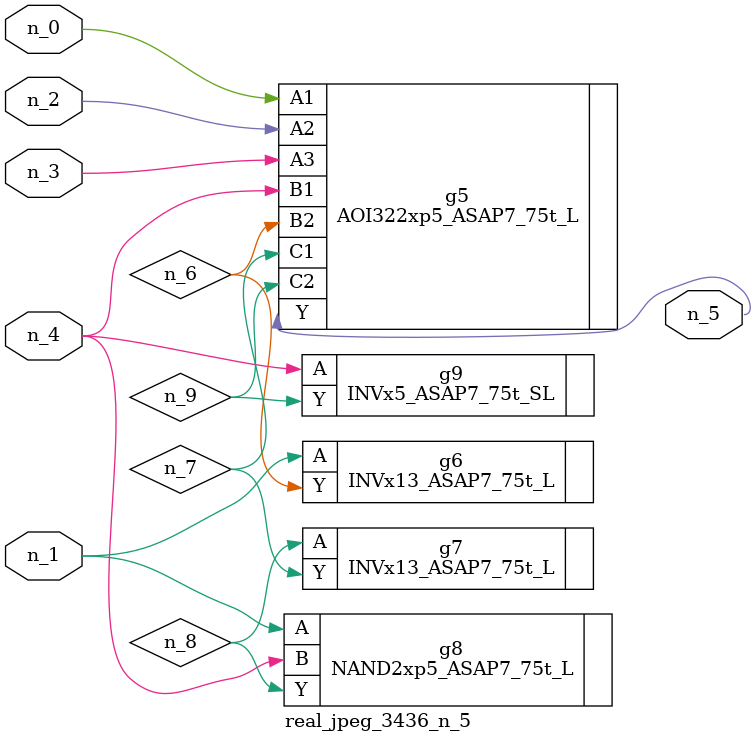
<source format=v>
module real_jpeg_3436_n_5 (n_4, n_0, n_1, n_2, n_3, n_5);

input n_4;
input n_0;
input n_1;
input n_2;
input n_3;

output n_5;

wire n_8;
wire n_6;
wire n_7;
wire n_9;

AOI322xp5_ASAP7_75t_L g5 ( 
.A1(n_0),
.A2(n_2),
.A3(n_3),
.B1(n_4),
.B2(n_6),
.C1(n_7),
.C2(n_9),
.Y(n_5)
);

INVx13_ASAP7_75t_L g6 ( 
.A(n_1),
.Y(n_6)
);

NAND2xp5_ASAP7_75t_L g8 ( 
.A(n_1),
.B(n_4),
.Y(n_8)
);

INVx5_ASAP7_75t_SL g9 ( 
.A(n_4),
.Y(n_9)
);

INVx13_ASAP7_75t_L g7 ( 
.A(n_8),
.Y(n_7)
);


endmodule
</source>
